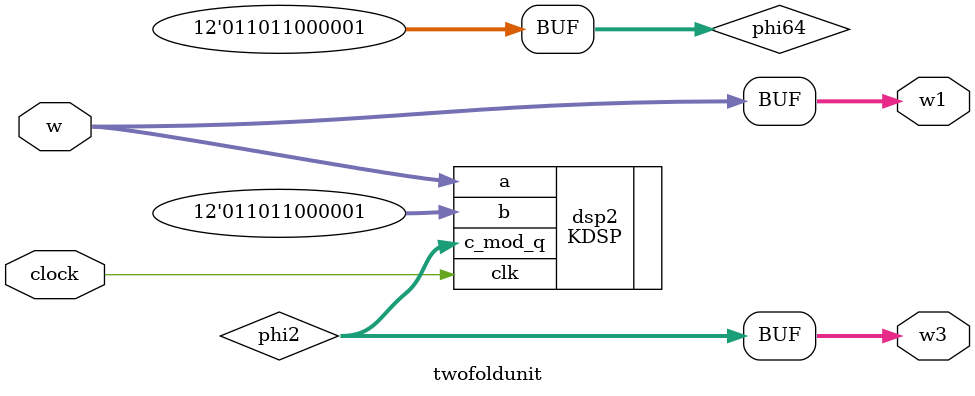
<source format=v>
`timescale 1ns / 1ps
module twofoldunit(
    input clock,
    input [11:0] w,
    output [11:0] w1,
    output [11:0] w3
    );
    reg [11:0] phi64=12'd1729;
    wire [11:0] phi2;

  /* butterfly_best_KRED dsp1(
        .clk(clock),
        .a(w),
        .b(phi64),
        .c_mod_q(phi2)
    ); */ 
    
    KDSP dsp2(
        .clk(clock),
        .a(w),
        .b(phi64),
        .c_mod_q(phi2)
    );
    
    /*MyDSP dsp (
        .clk(clock),
        .a(w),
        .b(phi64),
        .c_mod_q(phi2)
    );*/

    assign w1 = w;
    assign w3 = phi2;
endmodule
</source>
